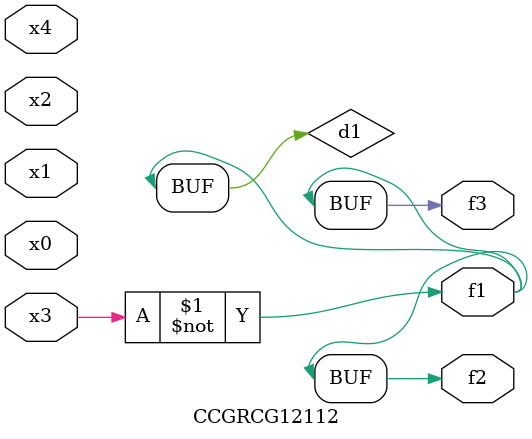
<source format=v>
module CCGRCG12112(
	input x0, x1, x2, x3, x4,
	output f1, f2, f3
);

	wire d1, d2;

	xnor (d1, x3);
	not (d2, x1);
	assign f1 = d1;
	assign f2 = d1;
	assign f3 = d1;
endmodule

</source>
